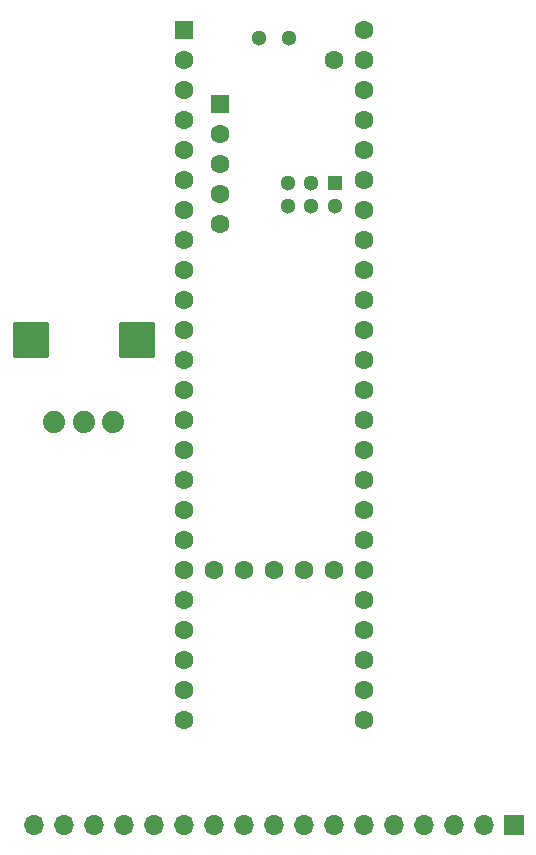
<source format=gbr>
%TF.GenerationSoftware,KiCad,Pcbnew,7.0.2-0*%
%TF.CreationDate,2023-11-12T18:20:13-05:00*%
%TF.ProjectId,Mux Module CD74HCT4067M,4d757820-4d6f-4647-956c-652043443734,rev?*%
%TF.SameCoordinates,Original*%
%TF.FileFunction,Soldermask,Bot*%
%TF.FilePolarity,Negative*%
%FSLAX46Y46*%
G04 Gerber Fmt 4.6, Leading zero omitted, Abs format (unit mm)*
G04 Created by KiCad (PCBNEW 7.0.2-0) date 2023-11-12 18:20:13*
%MOMM*%
%LPD*%
G01*
G04 APERTURE LIST*
G04 Aperture macros list*
%AMRoundRect*
0 Rectangle with rounded corners*
0 $1 Rounding radius*
0 $2 $3 $4 $5 $6 $7 $8 $9 X,Y pos of 4 corners*
0 Add a 4 corners polygon primitive as box body*
4,1,4,$2,$3,$4,$5,$6,$7,$8,$9,$2,$3,0*
0 Add four circle primitives for the rounded corners*
1,1,$1+$1,$2,$3*
1,1,$1+$1,$4,$5*
1,1,$1+$1,$6,$7*
1,1,$1+$1,$8,$9*
0 Add four rect primitives between the rounded corners*
20,1,$1+$1,$2,$3,$4,$5,0*
20,1,$1+$1,$4,$5,$6,$7,0*
20,1,$1+$1,$6,$7,$8,$9,0*
20,1,$1+$1,$8,$9,$2,$3,0*%
G04 Aperture macros list end*
%ADD10C,1.600000*%
%ADD11R,1.600000X1.600000*%
%ADD12R,1.300000X1.300000*%
%ADD13C,1.300000*%
%ADD14C,1.879600*%
%ADD15RoundRect,0.101600X-1.400000X1.400000X-1.400000X-1.400000X1.400000X-1.400000X1.400000X1.400000X0*%
%ADD16R,1.700000X1.700000*%
%ADD17O,1.700000X1.700000*%
G04 APERTURE END LIST*
D10*
%TO.C,U1*%
X154940000Y-29210000D03*
X145290800Y-43129200D03*
X145290800Y-40589200D03*
X145290800Y-38049200D03*
X145290800Y-35509200D03*
D11*
X145290800Y-32969200D03*
D10*
X157480000Y-26670000D03*
X157480000Y-29210000D03*
X157480000Y-31750000D03*
X157480000Y-34290000D03*
X157480000Y-36830000D03*
X157480000Y-39370000D03*
X157480000Y-41910000D03*
X157480000Y-44450000D03*
X157480000Y-46990000D03*
X157480000Y-49530000D03*
X157480000Y-52070000D03*
X157480000Y-54610000D03*
X157480000Y-57150000D03*
X157480000Y-59690000D03*
D11*
X142240000Y-26670000D03*
D10*
X142240000Y-29210000D03*
X142240000Y-31750000D03*
X142240000Y-34290000D03*
X142240000Y-36830000D03*
X142240000Y-39370000D03*
X142240000Y-41910000D03*
X142240000Y-44450000D03*
X142240000Y-46990000D03*
X142240000Y-49530000D03*
X142240000Y-52070000D03*
X142240000Y-54610000D03*
X142240000Y-57150000D03*
X157480000Y-62230000D03*
X157480000Y-64770000D03*
X157480000Y-67310000D03*
X157480000Y-69850000D03*
X157480000Y-72390000D03*
X157480000Y-74930000D03*
X157480000Y-77470000D03*
X157480000Y-80010000D03*
X157480000Y-82550000D03*
X157480000Y-85090000D03*
X142240000Y-85090000D03*
X142240000Y-82550000D03*
X142240000Y-80010000D03*
X142240000Y-77470000D03*
X142240000Y-59690000D03*
X142240000Y-62230000D03*
X142240000Y-64770000D03*
X142240000Y-74930000D03*
X142240000Y-72390000D03*
X142240000Y-69850000D03*
X142240000Y-67310000D03*
D12*
X155041600Y-39640000D03*
D13*
X155041600Y-41640000D03*
X153041600Y-39640000D03*
X153041600Y-41640000D03*
X151041600Y-41640000D03*
X151041600Y-39640000D03*
D10*
X144780000Y-72390000D03*
X147320000Y-72390000D03*
X149860000Y-72390000D03*
X152400000Y-72390000D03*
X154940000Y-72390000D03*
D13*
X148590000Y-27400000D03*
X151130000Y-27400000D03*
%TD*%
D14*
%TO.C,R1*%
X131277400Y-59932400D03*
X133777400Y-59932400D03*
X136277400Y-59932400D03*
D15*
X138277400Y-52932400D03*
X129277400Y-52932400D03*
%TD*%
D16*
%TO.C,J2*%
X170180000Y-93980000D03*
D17*
X167640000Y-93980000D03*
X165100000Y-93980000D03*
X162560000Y-93980000D03*
X160020000Y-93980000D03*
X157480000Y-93980000D03*
X154940000Y-93980000D03*
X152400000Y-93980000D03*
X149860000Y-93980000D03*
X147320000Y-93980000D03*
X144780000Y-93980000D03*
X142240000Y-93980000D03*
X139700000Y-93980000D03*
X137160000Y-93980000D03*
X134620000Y-93980000D03*
X132080000Y-93980000D03*
X129540000Y-93980000D03*
%TD*%
M02*

</source>
